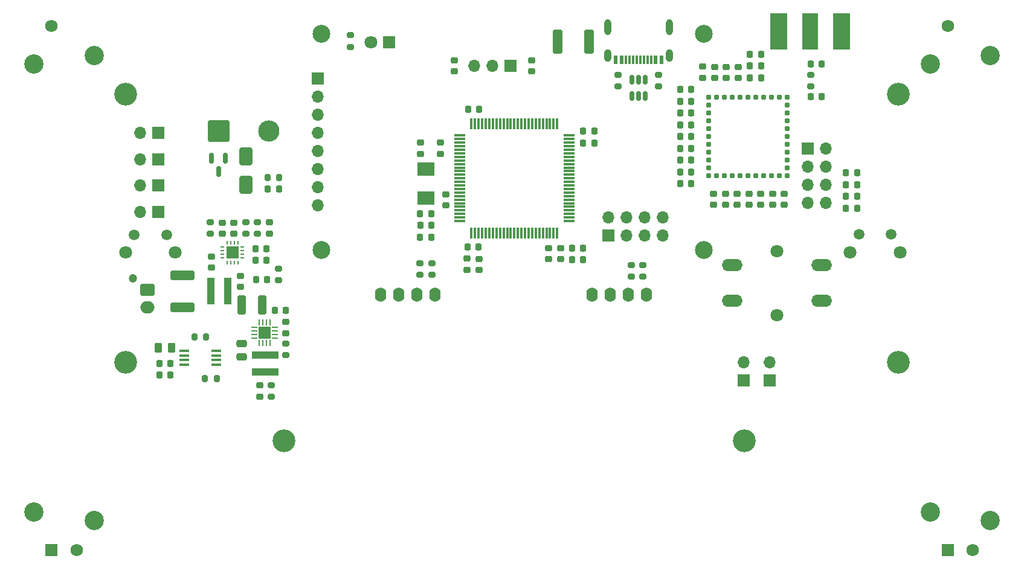
<source format=gbr>
%TF.GenerationSoftware,KiCad,Pcbnew,8.0.7*%
%TF.CreationDate,2025-03-30T10:37:29-04:00*%
%TF.ProjectId,RC-Car-Controller,52432d43-6172-42d4-936f-6e74726f6c6c,rev?*%
%TF.SameCoordinates,Original*%
%TF.FileFunction,Soldermask,Top*%
%TF.FilePolarity,Negative*%
%FSLAX46Y46*%
G04 Gerber Fmt 4.6, Leading zero omitted, Abs format (unit mm)*
G04 Created by KiCad (PCBNEW 8.0.7) date 2025-03-30 10:37:29*
%MOMM*%
%LPD*%
G01*
G04 APERTURE LIST*
G04 Aperture macros list*
%AMRoundRect*
0 Rectangle with rounded corners*
0 $1 Rounding radius*
0 $2 $3 $4 $5 $6 $7 $8 $9 X,Y pos of 4 corners*
0 Add a 4 corners polygon primitive as box body*
4,1,4,$2,$3,$4,$5,$6,$7,$8,$9,$2,$3,0*
0 Add four circle primitives for the rounded corners*
1,1,$1+$1,$2,$3*
1,1,$1+$1,$4,$5*
1,1,$1+$1,$6,$7*
1,1,$1+$1,$8,$9*
0 Add four rect primitives between the rounded corners*
20,1,$1+$1,$2,$3,$4,$5,0*
20,1,$1+$1,$4,$5,$6,$7,0*
20,1,$1+$1,$6,$7,$8,$9,0*
20,1,$1+$1,$8,$9,$2,$3,0*%
G04 Aperture macros list end*
%ADD10R,1.700000X1.700000*%
%ADD11O,1.700000X1.700000*%
%ADD12RoundRect,0.225000X0.225000X0.250000X-0.225000X0.250000X-0.225000X-0.250000X0.225000X-0.250000X0*%
%ADD13RoundRect,0.200000X0.275000X-0.200000X0.275000X0.200000X-0.275000X0.200000X-0.275000X-0.200000X0*%
%ADD14RoundRect,0.200000X-0.275000X0.200000X-0.275000X-0.200000X0.275000X-0.200000X0.275000X0.200000X0*%
%ADD15R,1.384300X0.457200*%
%ADD16RoundRect,0.225000X0.250000X-0.225000X0.250000X0.225000X-0.250000X0.225000X-0.250000X-0.225000X0*%
%ADD17RoundRect,0.225000X-0.225000X-0.250000X0.225000X-0.250000X0.225000X0.250000X-0.225000X0.250000X0*%
%ADD18RoundRect,0.218750X-0.256250X0.218750X-0.256250X-0.218750X0.256250X-0.218750X0.256250X0.218750X0*%
%ADD19RoundRect,0.075000X-0.725000X-0.075000X0.725000X-0.075000X0.725000X0.075000X-0.725000X0.075000X0*%
%ADD20RoundRect,0.075000X-0.075000X-0.725000X0.075000X-0.725000X0.075000X0.725000X-0.075000X0.725000X0*%
%ADD21RoundRect,0.250000X-0.400000X-1.450000X0.400000X-1.450000X0.400000X1.450000X-0.400000X1.450000X0*%
%ADD22R,1.750000X1.750000*%
%ADD23C,1.750000*%
%ADD24C,2.700000*%
%ADD25R,0.599999X0.240000*%
%ADD26R,0.240000X0.599999*%
%ADD27C,0.500000*%
%ADD28R,1.679999X1.679999*%
%ADD29O,1.600000X2.000000*%
%ADD30C,3.200000*%
%ADD31RoundRect,0.250000X-0.475000X0.250000X-0.475000X-0.250000X0.475000X-0.250000X0.475000X0.250000X0*%
%ADD32RoundRect,0.200000X-0.200000X-0.275000X0.200000X-0.275000X0.200000X0.275000X-0.200000X0.275000X0*%
%ADD33RoundRect,0.225000X-0.250000X0.225000X-0.250000X-0.225000X0.250000X-0.225000X0.250000X0.225000X0*%
%ADD34RoundRect,0.102000X1.387500X1.387500X-1.387500X1.387500X-1.387500X-1.387500X1.387500X-1.387500X0*%
%ADD35C,2.979000*%
%ADD36RoundRect,0.150000X-0.150000X0.512500X-0.150000X-0.512500X0.150000X-0.512500X0.150000X0.512500X0*%
%ADD37R,1.800000X1.800000*%
%ADD38C,1.800000*%
%ADD39RoundRect,0.150000X-0.150000X0.587500X-0.150000X-0.587500X0.150000X-0.587500X0.150000X0.587500X0*%
%ADD40RoundRect,0.062500X0.062500X-0.350000X0.062500X0.350000X-0.062500X0.350000X-0.062500X-0.350000X0*%
%ADD41RoundRect,0.062500X0.350000X-0.062500X0.350000X0.062500X-0.350000X0.062500X-0.350000X-0.062500X0*%
%ADD42R,1.680000X1.680000*%
%ADD43C,2.500000*%
%ADD44RoundRect,0.175000X-0.175000X0.175000X-0.175000X-0.175000X0.175000X-0.175000X0.175000X0.175000X0*%
%ADD45RoundRect,0.175000X0.175000X0.175000X-0.175000X0.175000X-0.175000X-0.175000X0.175000X-0.175000X0*%
%ADD46RoundRect,0.175000X-0.175000X-0.175000X0.175000X-0.175000X0.175000X0.175000X-0.175000X0.175000X0*%
%ADD47RoundRect,0.175000X0.175000X-0.175000X0.175000X0.175000X-0.175000X0.175000X-0.175000X-0.175000X0*%
%ADD48C,1.200000*%
%ADD49RoundRect,0.250000X-0.750000X0.600000X-0.750000X-0.600000X0.750000X-0.600000X0.750000X0.600000X0*%
%ADD50O,2.000000X1.700000*%
%ADD51R,2.290000X5.080000*%
%ADD52R,2.420000X5.080000*%
%ADD53RoundRect,0.250000X1.450000X-0.400000X1.450000X0.400000X-1.450000X0.400000X-1.450000X-0.400000X0*%
%ADD54R,0.980000X3.700000*%
%ADD55O,2.900000X1.700000*%
%ADD56RoundRect,0.218750X0.218750X0.256250X-0.218750X0.256250X-0.218750X-0.256250X0.218750X-0.256250X0*%
%ADD57R,3.700000X0.980000*%
%ADD58RoundRect,0.250000X0.262500X0.450000X-0.262500X0.450000X-0.262500X-0.450000X0.262500X-0.450000X0*%
%ADD59R,2.400000X1.900000*%
%ADD60RoundRect,0.250000X-0.325000X-1.100000X0.325000X-1.100000X0.325000X1.100000X-0.325000X1.100000X0*%
%ADD61RoundRect,0.200000X0.200000X0.275000X-0.200000X0.275000X-0.200000X-0.275000X0.200000X-0.275000X0*%
%ADD62RoundRect,0.250000X0.650000X-1.000000X0.650000X1.000000X-0.650000X1.000000X-0.650000X-1.000000X0*%
%ADD63C,0.609600*%
%ADD64O,0.990600X2.209800*%
%ADD65O,0.990600X1.803400*%
%ADD66R,0.609600X1.143000*%
%ADD67R,0.304800X1.143000*%
%ADD68C,1.498600*%
%ADD69C,1.803400*%
G04 APERTURE END LIST*
D10*
%TO.C,TP6*%
X185928000Y-94361000D03*
D11*
X185928000Y-91821000D03*
%TD*%
D12*
%TO.C,C22*%
X145107226Y-75691602D03*
X143557226Y-75691602D03*
%TD*%
D13*
%TO.C,R19*%
X136906000Y-79565000D03*
X136906000Y-77915000D03*
%TD*%
D14*
%TO.C,R9*%
X107524002Y-72200000D03*
X107524002Y-73850000D03*
%TD*%
D15*
%TO.C,U4*%
X108350550Y-92192499D03*
X108350550Y-91542501D03*
X108350550Y-90892499D03*
X108350550Y-90242501D03*
X103867450Y-90242501D03*
X103867450Y-90892499D03*
X103867450Y-91542501D03*
X103867450Y-92192499D03*
%TD*%
D10*
%TO.C,SW2*%
X149606000Y-50292000D03*
D11*
X147066000Y-50292000D03*
X144526000Y-50292000D03*
%TD*%
D16*
%TO.C,R10*%
X109175002Y-73800000D03*
X109175002Y-72250000D03*
%TD*%
D17*
%TO.C,C18*%
X143624000Y-56388000D03*
X145174000Y-56388000D03*
%TD*%
D18*
%TO.C,D4*%
X115779002Y-72237500D03*
X115779002Y-73812500D03*
%TD*%
D12*
%TO.C,R35*%
X198133000Y-70231000D03*
X196583000Y-70231000D03*
%TD*%
D17*
%TO.C,R16*%
X136893000Y-74295000D03*
X138443000Y-74295000D03*
%TD*%
D10*
%TO.C,J3*%
X163322000Y-74041000D03*
D11*
X163322000Y-71501000D03*
X165862000Y-74041000D03*
X165862000Y-71501000D03*
X168402000Y-74041000D03*
X168402000Y-71501000D03*
X170942000Y-74041000D03*
X170942000Y-71501000D03*
%TD*%
D12*
%TO.C,R37*%
X198133000Y-66929000D03*
X196583000Y-66929000D03*
%TD*%
D19*
%TO.C,U5*%
X142439000Y-60040000D03*
X142439000Y-60540000D03*
X142439000Y-61040000D03*
X142439000Y-61540000D03*
X142439000Y-62040000D03*
X142439000Y-62540000D03*
X142439000Y-63040000D03*
X142439000Y-63540000D03*
X142439000Y-64040000D03*
X142439000Y-64540000D03*
X142439000Y-65040000D03*
X142439000Y-65540000D03*
X142439000Y-66040000D03*
X142439000Y-66540000D03*
X142439000Y-67040000D03*
X142439000Y-67540000D03*
X142439000Y-68040000D03*
X142439000Y-68540000D03*
X142439000Y-69040000D03*
X142439000Y-69540000D03*
X142439000Y-70040000D03*
X142439000Y-70540000D03*
X142439000Y-71040000D03*
X142439000Y-71540000D03*
X142439000Y-72040000D03*
D20*
X144114000Y-73715000D03*
X144614000Y-73715000D03*
X145114000Y-73715000D03*
X145614000Y-73715000D03*
X146114000Y-73715000D03*
X146614000Y-73715000D03*
X147114000Y-73715000D03*
X147614000Y-73715000D03*
X148114000Y-73715000D03*
X148614000Y-73715000D03*
X149114000Y-73715000D03*
X149614000Y-73715000D03*
X150114000Y-73715000D03*
X150614000Y-73715000D03*
X151114000Y-73715000D03*
X151614000Y-73715000D03*
X152114000Y-73715000D03*
X152614000Y-73715000D03*
X153114000Y-73715000D03*
X153614000Y-73715000D03*
X154114000Y-73715000D03*
X154614000Y-73715000D03*
X155114000Y-73715000D03*
X155614000Y-73715000D03*
X156114000Y-73715000D03*
D19*
X157789000Y-72040000D03*
X157789000Y-71540000D03*
X157789000Y-71040000D03*
X157789000Y-70540000D03*
X157789000Y-70040000D03*
X157789000Y-69540000D03*
X157789000Y-69040000D03*
X157789000Y-68540000D03*
X157789000Y-68040000D03*
X157789000Y-67540000D03*
X157789000Y-67040000D03*
X157789000Y-66540000D03*
X157789000Y-66040000D03*
X157789000Y-65540000D03*
X157789000Y-65040000D03*
X157789000Y-64540000D03*
X157789000Y-64040000D03*
X157789000Y-63540000D03*
X157789000Y-63040000D03*
X157789000Y-62540000D03*
X157789000Y-62040000D03*
X157789000Y-61540000D03*
X157789000Y-61040000D03*
X157789000Y-60540000D03*
X157789000Y-60040000D03*
D20*
X156114000Y-58365000D03*
X155614000Y-58365000D03*
X155114000Y-58365000D03*
X154614000Y-58365000D03*
X154114000Y-58365000D03*
X153614000Y-58365000D03*
X153114000Y-58365000D03*
X152614000Y-58365000D03*
X152114000Y-58365000D03*
X151614000Y-58365000D03*
X151114000Y-58365000D03*
X150614000Y-58365000D03*
X150114000Y-58365000D03*
X149614000Y-58365000D03*
X149114000Y-58365000D03*
X148614000Y-58365000D03*
X148114000Y-58365000D03*
X147614000Y-58365000D03*
X147114000Y-58365000D03*
X146614000Y-58365000D03*
X146114000Y-58365000D03*
X145614000Y-58365000D03*
X145114000Y-58365000D03*
X144614000Y-58365000D03*
X144114000Y-58365000D03*
%TD*%
D21*
%TO.C,F1*%
X156144000Y-46863000D03*
X160594000Y-46863000D03*
%TD*%
D13*
%TO.C,R6*%
X117094000Y-80327000D03*
X117094000Y-78677000D03*
%TD*%
D17*
%TO.C,C10*%
X100381000Y-93630500D03*
X101931000Y-93630500D03*
%TD*%
D22*
%TO.C,R45*%
X85250000Y-118164000D03*
D23*
X88750000Y-118164000D03*
X85250000Y-44664000D03*
D24*
X91200000Y-114014000D03*
X82800000Y-112814000D03*
X82800000Y-50014000D03*
X91200000Y-48814000D03*
%TD*%
D16*
%TO.C,R30*%
X176530000Y-51943000D03*
X176530000Y-50393000D03*
%TD*%
D10*
%TO.C,J4*%
X191262000Y-61849000D03*
D11*
X193802000Y-61849000D03*
X191262000Y-64389000D03*
X193802000Y-64389000D03*
X191262000Y-66929000D03*
X193802000Y-66929000D03*
X191262000Y-69469000D03*
X193802000Y-69469000D03*
%TD*%
D17*
%TO.C,C16*%
X159753000Y-61087000D03*
X161303000Y-61087000D03*
%TD*%
D16*
%TO.C,C6*%
X118110000Y-87757000D03*
X118110000Y-86207000D03*
%TD*%
D25*
%TO.C,U2*%
X112017003Y-77204001D03*
X112017003Y-76704002D03*
X112017003Y-76204000D03*
X112017003Y-75704001D03*
D26*
X111367001Y-75054000D03*
X110867003Y-75054000D03*
X110367001Y-75054000D03*
X109867002Y-75054000D03*
D25*
X109217003Y-75704001D03*
X109217003Y-76204000D03*
X109217003Y-76704002D03*
X109217003Y-77204001D03*
D26*
X109867002Y-77853999D03*
X110367001Y-77853999D03*
X110867003Y-77853999D03*
X111367001Y-77853999D03*
D27*
X111207002Y-77043998D03*
X111207002Y-75864001D03*
X110617003Y-76454000D03*
D28*
X110617000Y-76454000D03*
D27*
X110027004Y-77043998D03*
X110027004Y-75864001D03*
%TD*%
D29*
%TO.C,Brd2*%
X131380000Y-82360414D03*
X133920000Y-82360414D03*
X136460000Y-82360414D03*
X139000000Y-82360414D03*
%TD*%
D30*
%TO.C,REF\u002A\u002A*%
X95631000Y-91821000D03*
%TD*%
D31*
%TO.C,C8*%
X111887000Y-89220000D03*
X111887000Y-91120000D03*
%TD*%
D30*
%TO.C,REF\u002A\u002A*%
X182372000Y-102870000D03*
%TD*%
D13*
%TO.C,R4*%
X170307000Y-53149000D03*
X170307000Y-51499000D03*
%TD*%
D32*
%TO.C,R14*%
X105284000Y-88296500D03*
X106934000Y-88296500D03*
%TD*%
D12*
%TO.C,R39*%
X198133000Y-68580000D03*
X196583000Y-68580000D03*
%TD*%
D33*
%TO.C,R43*%
X181356000Y-68199000D03*
X181356000Y-69749000D03*
%TD*%
D34*
%TO.C,S1*%
X108712000Y-59436000D03*
D35*
X115712000Y-59436000D03*
%TD*%
D33*
%TO.C,R28*%
X186309000Y-68186000D03*
X186309000Y-69736000D03*
%TD*%
D14*
%TO.C,R11*%
X118110000Y-89218000D03*
X118110000Y-90868000D03*
%TD*%
D36*
%TO.C,U1*%
X168463000Y-52257500D03*
X167513000Y-52257500D03*
X166563000Y-52257500D03*
X166563000Y-54532500D03*
X167513000Y-54532500D03*
X168463000Y-54532500D03*
%TD*%
D30*
%TO.C,REF\u002A\u002A*%
X95631000Y-54229000D03*
%TD*%
%TO.C,REF\u002A\u002A*%
X203962000Y-54229000D03*
%TD*%
D12*
%TO.C,R27*%
X174905000Y-60198000D03*
X173355000Y-60198000D03*
%TD*%
D37*
%TO.C,D3*%
X132588000Y-46990000D03*
D38*
X130048000Y-46990000D03*
%TD*%
D12*
%TO.C,R32*%
X174905000Y-58547000D03*
X173355000Y-58547000D03*
%TD*%
D14*
%TO.C,R2*%
X116078000Y-95060000D03*
X116078000Y-96710000D03*
%TD*%
D39*
%TO.C,Q1*%
X109601000Y-63246000D03*
X107701000Y-63246000D03*
X108651000Y-65121000D03*
%TD*%
D40*
%TO.C,U3*%
X114373500Y-89169300D03*
X114873500Y-89169300D03*
X115373500Y-89169300D03*
X115873500Y-89169300D03*
D41*
X116586000Y-88456800D03*
X116586000Y-87956800D03*
X116586000Y-87456800D03*
X116586000Y-86956800D03*
D40*
X115873500Y-86244300D03*
X115373500Y-86244300D03*
X114873500Y-86244300D03*
X114373500Y-86244300D03*
D41*
X113661000Y-86956800D03*
X113661000Y-87456800D03*
X113661000Y-87956800D03*
X113661000Y-88456800D03*
D27*
X114533500Y-88296800D03*
X115713500Y-88296800D03*
X115123500Y-87706800D03*
D42*
X115123500Y-87706800D03*
D27*
X114533500Y-87116800D03*
X115713500Y-87116800D03*
%TD*%
D12*
%TO.C,C31*%
X159766000Y-77470000D03*
X158216000Y-77470000D03*
%TD*%
D43*
%TO.C,J6*%
X123060000Y-45810000D03*
X123060000Y-76110000D03*
X176660000Y-45810000D03*
X176660000Y-76110000D03*
D10*
X122560000Y-52070000D03*
D11*
X122560000Y-54610000D03*
X122560000Y-57150000D03*
X122560000Y-59690000D03*
X122560000Y-62230000D03*
X122560000Y-64770000D03*
X122560000Y-67310000D03*
X122560000Y-69850000D03*
%TD*%
D33*
%TO.C,C15*%
X154940000Y-75806000D03*
X154940000Y-77356000D03*
%TD*%
D10*
%TO.C,TP4*%
X182245000Y-94366000D03*
D11*
X182245000Y-91826000D03*
%TD*%
D16*
%TO.C,R29*%
X181483000Y-51956000D03*
X181483000Y-50406000D03*
%TD*%
D44*
%TO.C,U6*%
X188341000Y-54698000D03*
D45*
X187241000Y-54698000D03*
X186141000Y-54698000D03*
X185041000Y-54698000D03*
X183941000Y-54698000D03*
X182841000Y-54698000D03*
X181741000Y-54698000D03*
D44*
X180641000Y-54698000D03*
X179541000Y-54698000D03*
X178441000Y-54698000D03*
X177341000Y-54698000D03*
X177341000Y-55798000D03*
X177341000Y-56898000D03*
X177341000Y-57998000D03*
X177341000Y-59098000D03*
X177341000Y-60198000D03*
X177341000Y-61298000D03*
D46*
X177341000Y-62398000D03*
X177341000Y-63498000D03*
X177341000Y-64598000D03*
X177341000Y-65698000D03*
X178441000Y-65698000D03*
X179541000Y-65698000D03*
X180641000Y-65698000D03*
X181741000Y-65698000D03*
X182841000Y-65698000D03*
X183941000Y-65698000D03*
D47*
X185041000Y-65698000D03*
X186141000Y-65698000D03*
X187241000Y-65698000D03*
X188341000Y-65698000D03*
X188341000Y-64598000D03*
X188341000Y-63498000D03*
X188341000Y-62398000D03*
X188341000Y-61298000D03*
X188341000Y-60198000D03*
X188341000Y-59098000D03*
D45*
X188341000Y-57998000D03*
X188341000Y-56898000D03*
X188341000Y-55798000D03*
%TD*%
D12*
%TO.C,R26*%
X174905000Y-56896000D03*
X173355000Y-56896000D03*
%TD*%
D29*
%TO.C,Brd1*%
X161000000Y-82360414D03*
X163540000Y-82360414D03*
X166080000Y-82360414D03*
X168620000Y-82360414D03*
%TD*%
D13*
%TO.C,R5*%
X164655000Y-53149000D03*
X164655000Y-51499000D03*
%TD*%
D16*
%TO.C,C20*%
X139755000Y-62608000D03*
X139755000Y-61058000D03*
%TD*%
D12*
%TO.C,R36*%
X198133000Y-65278000D03*
X196583000Y-65278000D03*
%TD*%
D33*
%TO.C,R17*%
X141732000Y-49517000D03*
X141732000Y-51067000D03*
%TD*%
D12*
%TO.C,R40*%
X174892000Y-66802000D03*
X173342000Y-66802000D03*
%TD*%
D17*
%TO.C,C17*%
X159753000Y-59436000D03*
X161303000Y-59436000D03*
%TD*%
D12*
%TO.C,C11*%
X101931000Y-91979500D03*
X100381000Y-91979500D03*
%TD*%
D33*
%TO.C,C19*%
X156591000Y-75806000D03*
X156591000Y-77356000D03*
%TD*%
D32*
%TO.C,R13*%
X106744000Y-94107000D03*
X108394000Y-94107000D03*
%TD*%
D12*
%TO.C,C14*%
X138464000Y-70974000D03*
X136914000Y-70974000D03*
%TD*%
%TO.C,C2*%
X115456000Y-80264000D03*
X113906000Y-80264000D03*
%TD*%
%TO.C,R25*%
X174905000Y-53594000D03*
X173355000Y-53594000D03*
%TD*%
D33*
%TO.C,R44*%
X179705000Y-68186000D03*
X179705000Y-69736000D03*
%TD*%
D14*
%TO.C,R7*%
X112477002Y-72200000D03*
X112477002Y-73850000D03*
%TD*%
D12*
%TO.C,C23*%
X174879000Y-61849000D03*
X173329000Y-61849000D03*
%TD*%
D18*
%TO.C,D2*%
X114427000Y-95097500D03*
X114427000Y-96672500D03*
%TD*%
D13*
%TO.C,R22*%
X168148000Y-79819000D03*
X168148000Y-78169000D03*
%TD*%
D30*
%TO.C,REF\u002A\u002A*%
X203962000Y-91821000D03*
%TD*%
D17*
%TO.C,C26*%
X191630000Y-54610000D03*
X193180000Y-54610000D03*
%TD*%
D48*
%TO.C,J1*%
X96696000Y-80061000D03*
D49*
X98696000Y-81661000D03*
D50*
X98696000Y-84161000D03*
%TD*%
D51*
%TO.C,J5*%
X191578000Y-45466000D03*
D52*
X195958000Y-45466000D03*
X187198000Y-45466000D03*
%TD*%
D17*
%TO.C,C1*%
X113861002Y-77551998D03*
X115411002Y-77551998D03*
%TD*%
D53*
%TO.C,F2*%
X103632000Y-84140000D03*
X103632000Y-79690000D03*
%TD*%
D13*
%TO.C,R3*%
X127127000Y-47625000D03*
X127127000Y-45975000D03*
%TD*%
D54*
%TO.C,L2*%
X109937002Y-81869998D03*
X107567002Y-81869998D03*
%TD*%
D16*
%TO.C,R23*%
X179832000Y-51969000D03*
X179832000Y-50419000D03*
%TD*%
D38*
%TO.C,SW1*%
X186917000Y-76232000D03*
X186917000Y-85232000D03*
D55*
X180667000Y-78232000D03*
X193167000Y-78232000D03*
X180667000Y-83232000D03*
X193167000Y-83232000D03*
%TD*%
D56*
%TO.C,D1*%
X117119500Y-67564000D03*
X115544500Y-67564000D03*
%TD*%
D14*
%TO.C,R38*%
X191643000Y-51499000D03*
X191643000Y-53149000D03*
%TD*%
D17*
%TO.C,C28*%
X191630000Y-50038000D03*
X193180000Y-50038000D03*
%TD*%
D12*
%TO.C,R31*%
X174905000Y-55245000D03*
X173355000Y-55245000D03*
%TD*%
D14*
%TO.C,R8*%
X114128002Y-72200000D03*
X114128002Y-73850000D03*
%TD*%
D12*
%TO.C,C3*%
X115411002Y-75946000D03*
X113861002Y-75946000D03*
%TD*%
D16*
%TO.C,C9*%
X107651002Y-78580998D03*
X107651002Y-77030998D03*
%TD*%
D33*
%TO.C,R12*%
X110826002Y-72250000D03*
X110826002Y-73800000D03*
%TD*%
D12*
%TO.C,C27*%
X184671000Y-51943000D03*
X183121000Y-51943000D03*
%TD*%
%TO.C,C24*%
X174892000Y-63500000D03*
X173342000Y-63500000D03*
%TD*%
%TO.C,R47*%
X159766000Y-75819000D03*
X158216000Y-75819000D03*
%TD*%
D10*
%TO.C,TP1*%
X100208000Y-59690000D03*
D11*
X97668000Y-59690000D03*
%TD*%
D57*
%TO.C,L1*%
X115189000Y-90805000D03*
X115189000Y-93175000D03*
%TD*%
D22*
%TO.C,R48*%
X210848000Y-118188000D03*
D23*
X214348000Y-118188000D03*
X210848000Y-44688000D03*
D24*
X216798000Y-114038000D03*
X208398000Y-112838000D03*
X208398000Y-50038000D03*
X216798000Y-48838000D03*
%TD*%
D10*
%TO.C,TP2*%
X100208000Y-70739000D03*
D11*
X97668000Y-70739000D03*
%TD*%
D12*
%TO.C,R41*%
X174892000Y-65151000D03*
X173342000Y-65151000D03*
%TD*%
D33*
%TO.C,R33*%
X187960000Y-68186000D03*
X187960000Y-69736000D03*
%TD*%
D12*
%TO.C,C5*%
X118069900Y-84582000D03*
X116519900Y-84582000D03*
%TD*%
D16*
%TO.C,R46*%
X145161000Y-78880000D03*
X145161000Y-77330000D03*
%TD*%
D13*
%TO.C,R20*%
X138557000Y-79565000D03*
X138557000Y-77915000D03*
%TD*%
D12*
%TO.C,C13*%
X138477000Y-72625000D03*
X136927000Y-72625000D03*
%TD*%
D30*
%TO.C,REF\u002A\u002A*%
X117856000Y-102870000D03*
%TD*%
D12*
%TO.C,C29*%
X184671000Y-50292000D03*
X183121000Y-50292000D03*
%TD*%
D33*
%TO.C,R34*%
X184658000Y-68186000D03*
X184658000Y-69736000D03*
%TD*%
D58*
%TO.C,R15*%
X102068500Y-89820500D03*
X100243500Y-89820500D03*
%TD*%
D59*
%TO.C,Y1*%
X137702000Y-68833000D03*
X137702000Y-64733000D03*
%TD*%
D33*
%TO.C,C25*%
X178054000Y-68186000D03*
X178054000Y-69736000D03*
%TD*%
D10*
%TO.C,TP3*%
X100208000Y-67056000D03*
D11*
X97668000Y-67056000D03*
%TD*%
D33*
%TO.C,R18*%
X152527000Y-49504000D03*
X152527000Y-51054000D03*
%TD*%
D13*
%TO.C,R21*%
X166527000Y-79819000D03*
X166527000Y-78169000D03*
%TD*%
D16*
%TO.C,C12*%
X136961000Y-62592000D03*
X136961000Y-61042000D03*
%TD*%
D60*
%TO.C,C4*%
X111858000Y-83769200D03*
X114808000Y-83769200D03*
%TD*%
D16*
%TO.C,C21*%
X140517000Y-69847000D03*
X140517000Y-68297000D03*
%TD*%
D61*
%TO.C,R1*%
X117157000Y-65913000D03*
X115507000Y-65913000D03*
%TD*%
D16*
%TO.C,C7*%
X111715002Y-81260998D03*
X111715002Y-79710998D03*
%TD*%
%TO.C,C30*%
X143510000Y-78867000D03*
X143510000Y-77317000D03*
%TD*%
%TO.C,R24*%
X178181000Y-51956000D03*
X178181000Y-50406000D03*
%TD*%
D62*
%TO.C,D5*%
X112522000Y-66929000D03*
X112522000Y-62929000D03*
%TD*%
D17*
%TO.C,FB1*%
X183121000Y-48641000D03*
X184671000Y-48641000D03*
%TD*%
D33*
%TO.C,R42*%
X183007000Y-68199000D03*
X183007000Y-69749000D03*
%TD*%
D63*
%TO.C,J2*%
X171836070Y-44831911D03*
X171834948Y-48831199D03*
X163193297Y-44825177D03*
X163193000Y-48801000D03*
D64*
X171833000Y-44829199D03*
X163193000Y-44829199D03*
D65*
X171833000Y-48829200D03*
X163193000Y-48829200D03*
D66*
X170713001Y-49404199D03*
X169913000Y-49404199D03*
D67*
X168763000Y-49404199D03*
X167763000Y-49404199D03*
X167263000Y-49404199D03*
X166263000Y-49404199D03*
D66*
X164313001Y-49404199D03*
X165113000Y-49404199D03*
D67*
X165762940Y-49404199D03*
X166762941Y-49404199D03*
X168262940Y-49404199D03*
X169262941Y-49404199D03*
%TD*%
D10*
%TO.C,TP5*%
X100208000Y-63373000D03*
D11*
X97668000Y-63373000D03*
%TD*%
D68*
%TO.C,SW4*%
X198445999Y-73914000D03*
X202946000Y-73914000D03*
D69*
X197190999Y-76404299D03*
X204201000Y-76404299D03*
%TD*%
D68*
%TO.C,SW3*%
X96860999Y-73936051D03*
X101361000Y-73936051D03*
D69*
X95605999Y-76426350D03*
X102616000Y-76426350D03*
%TD*%
M02*

</source>
